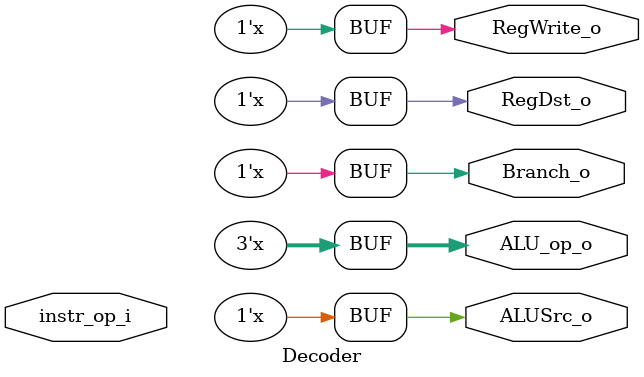
<source format=v>

module Decoder(
    instr_op_i,
	RegWrite_o,
	ALU_op_o,
	ALUSrc_o,
	RegDst_o,
	Branch_o
	);
     
//I/O ports
input  [6-1:0] instr_op_i;

output         RegWrite_o;
output [3-1:0] ALU_op_o;
output         ALUSrc_o;
output         RegDst_o;
output         Branch_o;
 
//Internal Signals
reg    [3-1:0] ALU_op_o;
reg            ALUSrc_o;
reg            RegWrite_o;
reg            RegDst_o;
reg            Branch_o;

//Parameter
reg R_format, addi, slti, beq;
always@(*) begin
    R_format <= (~instr_op_i[5]) & (~instr_op_i[4]) & (~instr_op_i[3]) & (~instr_op_i[2]) & (~instr_op_i[1]) & (~instr_op_i[0]);
    addi <= (~instr_op_i[5]) & (~instr_op_i[4]) & (instr_op_i[3]) & (~instr_op_i[2]) & (~instr_op_i[1]) & (~instr_op_i[0]);
    slti <= (~instr_op_i[5]) & (~instr_op_i[4]) & (instr_op_i[3]) & (~instr_op_i[2]) & (instr_op_i[1]) & (~instr_op_i[0]);
    beq <= (~instr_op_i[5]) & (~instr_op_i[4]) & (~instr_op_i[3]) & (instr_op_i[2]) & (~instr_op_i[1]) & (~instr_op_i[0]);
    
    RegWrite_o <= R_format | addi | slti;
    ALUSrc_o <= addi | slti;
    RegDst_o <= R_format;
    Branch_o <= beq;
    ALU_op_o[0] <= beq | slti;
    ALU_op_o[1] <= R_format;
    ALU_op_o[2] <= addi | slti;
end 


//Main function

endmodule





                    
                    
</source>
